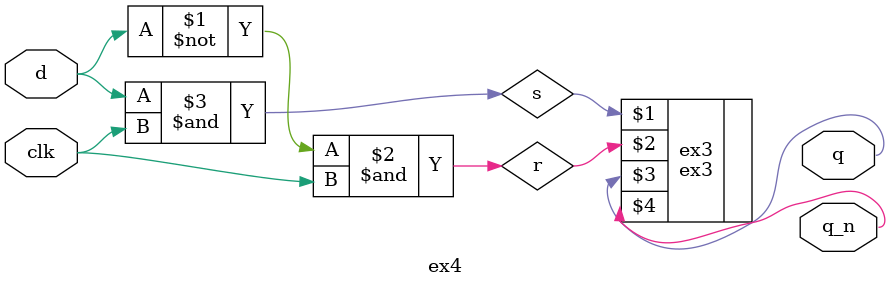
<source format=v>
module ex4
(
input clk ,
input d,
output q,
output q_n
);
wire r = ~d & clk;
wire s = d & clk ;
ex3 ex3(s, r, q, q_n);
endmodule 
</source>
